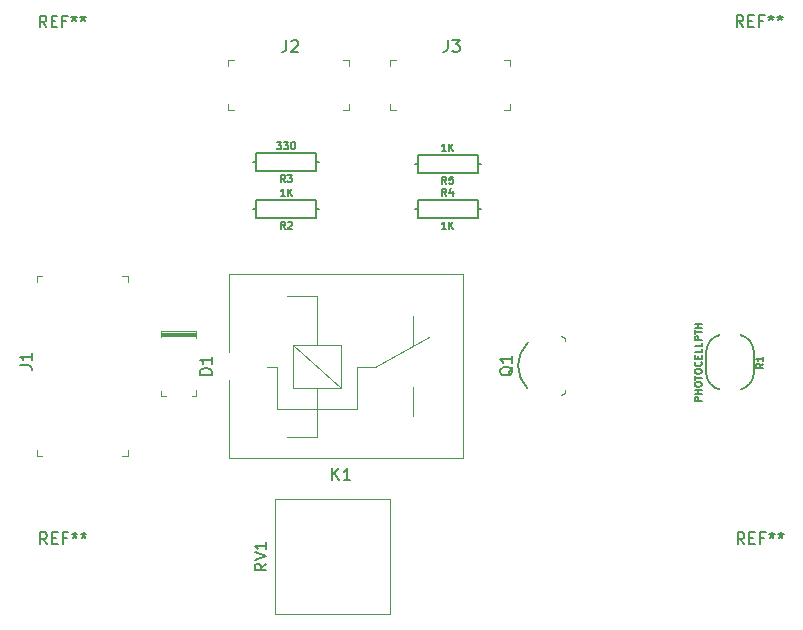
<source format=gbr>
G04 #@! TF.GenerationSoftware,KiCad,Pcbnew,(5.1.2)-2*
G04 #@! TF.CreationDate,2020-03-21T23:17:17-04:00*
G04 #@! TF.ProjectId,InfraRedGelUniversalDispenserV2,496e6672-6152-4656-9447-656c556e6976,R01*
G04 #@! TF.SameCoordinates,Original*
G04 #@! TF.FileFunction,Legend,Top*
G04 #@! TF.FilePolarity,Positive*
%FSLAX46Y46*%
G04 Gerber Fmt 4.6, Leading zero omitted, Abs format (unit mm)*
G04 Created by KiCad (PCBNEW (5.1.2)-2) date 2020-03-21 23:17:17*
%MOMM*%
%LPD*%
G04 APERTURE LIST*
%ADD10C,0.203200*%
%ADD11C,0.100000*%
%ADD12C,0.120000*%
%ADD13C,0.150000*%
%ADD14C,0.127000*%
G04 APERTURE END LIST*
D10*
X145846800Y-77114400D02*
X146100800Y-77114400D01*
X140766800Y-77114400D02*
X140512800Y-77114400D01*
X145846800Y-77114400D02*
X145846800Y-77876400D01*
X145846800Y-76352400D02*
X145846800Y-77114400D01*
X140766800Y-76352400D02*
X145846800Y-76352400D01*
X140766800Y-77114400D02*
X140766800Y-76352400D01*
X140766800Y-77876400D02*
X140766800Y-77114400D01*
X145846800Y-77876400D02*
X140766800Y-77876400D01*
X140766800Y-80924400D02*
X140512800Y-80924400D01*
X145846800Y-80924400D02*
X146100800Y-80924400D01*
X140766800Y-80924400D02*
X140766800Y-80162400D01*
X140766800Y-81686400D02*
X140766800Y-80924400D01*
X145846800Y-81686400D02*
X140766800Y-81686400D01*
X145846800Y-80924400D02*
X145846800Y-81686400D01*
X145846800Y-80162400D02*
X145846800Y-80924400D01*
X140766800Y-80162400D02*
X145846800Y-80162400D01*
X132181600Y-76962000D02*
X132435600Y-76962000D01*
X127101600Y-76962000D02*
X126847600Y-76962000D01*
X132181600Y-76962000D02*
X132181600Y-77724000D01*
X132181600Y-76200000D02*
X132181600Y-76962000D01*
X127101600Y-76200000D02*
X132181600Y-76200000D01*
X127101600Y-76962000D02*
X127101600Y-76200000D01*
X127101600Y-77724000D02*
X127101600Y-76962000D01*
X132181600Y-77724000D02*
X127101600Y-77724000D01*
X132181600Y-80924400D02*
X132435600Y-80924400D01*
X127101600Y-80924400D02*
X126847600Y-80924400D01*
X132181600Y-80924400D02*
X132181600Y-81686400D01*
X132181600Y-80162400D02*
X132181600Y-80924400D01*
X127101600Y-80162400D02*
X132181600Y-80162400D01*
X127101600Y-80924400D02*
X127101600Y-80162400D01*
X127101600Y-81686400D02*
X127101600Y-80924400D01*
X132181600Y-81686400D02*
X127101600Y-81686400D01*
D11*
X148595400Y-68308800D02*
X148095400Y-68308800D01*
X148595400Y-68308800D02*
X148595400Y-68808800D01*
X148595400Y-72508800D02*
X148595400Y-72008800D01*
X148595400Y-72508800D02*
X148095400Y-72508800D01*
X138395400Y-72508800D02*
X138895400Y-72508800D01*
X138395400Y-72508800D02*
X138395400Y-72008800D01*
X138395400Y-68308800D02*
X138895400Y-68308800D01*
X138395400Y-68308800D02*
X138395400Y-68808800D01*
X134930200Y-68308800D02*
X134430200Y-68308800D01*
X134930200Y-68308800D02*
X134930200Y-68808800D01*
X134930200Y-72508800D02*
X134930200Y-72008800D01*
X134930200Y-72508800D02*
X134430200Y-72508800D01*
X124730200Y-72508800D02*
X125230200Y-72508800D01*
X124730200Y-72508800D02*
X124730200Y-72008800D01*
X124730200Y-68308800D02*
X125230200Y-68308800D01*
X124730200Y-68308800D02*
X124730200Y-68808800D01*
X108545000Y-86612400D02*
X108545000Y-87112400D01*
X108545000Y-86612400D02*
X108995000Y-86612400D01*
X108545000Y-101812400D02*
X108995000Y-101812400D01*
X108545000Y-101812400D02*
X108545000Y-101312400D01*
X116245000Y-101812400D02*
X116245000Y-101312400D01*
X116245000Y-101812400D02*
X115745000Y-101812400D01*
X116245000Y-86612400D02*
X115745000Y-86612400D01*
X116245000Y-86612400D02*
X116245000Y-87112400D01*
D12*
X128642800Y-105464600D02*
X138412800Y-105464600D01*
X128642800Y-115234600D02*
X138412800Y-115234600D01*
X138412800Y-115234600D02*
X138412800Y-105464600D01*
X128642800Y-115234600D02*
X128642800Y-105464600D01*
D10*
X166307252Y-91606173D02*
G75*
G03X165209220Y-92905580I337068J-1398467D01*
G01*
X168109148Y-96201427D02*
G75*
G03X169207180Y-94902020I-337068J1398467D01*
G01*
X165208735Y-94904048D02*
G75*
G03X166309040Y-96202500I1435585J101088D01*
G01*
X169207665Y-92903552D02*
G75*
G03X168107360Y-91605100I-1435585J-101088D01*
G01*
X165209220Y-94902020D02*
X165209220Y-92905580D01*
X169207180Y-92905580D02*
X169207180Y-94902020D01*
D11*
X153238000Y-96533200D02*
X152938000Y-96683200D01*
X153238000Y-96233200D02*
X153238000Y-96533200D01*
X153238000Y-91833200D02*
X153238000Y-92133200D01*
X153238000Y-91833200D02*
X152938000Y-91683200D01*
D13*
X150088000Y-92233200D02*
G75*
G03X150038000Y-96083200I1900000J-1950000D01*
G01*
D12*
X134241400Y-96059400D02*
X130241400Y-96059400D01*
X134241400Y-92459400D02*
X134241400Y-96059400D01*
X130241400Y-92459400D02*
X134241400Y-92459400D01*
X130241400Y-96059400D02*
X130241400Y-92459400D01*
X134241400Y-96059400D02*
X130241400Y-92459400D01*
X132241400Y-96059400D02*
X132241400Y-100259400D01*
X132241400Y-88259400D02*
X132241400Y-92459400D01*
X128841400Y-94259400D02*
X128841400Y-97859400D01*
X135641400Y-94259400D02*
X135641400Y-97859400D01*
X135641400Y-97859400D02*
X128841400Y-97859400D01*
X137141400Y-94259400D02*
X141741400Y-91759400D01*
X135641400Y-94259400D02*
X137141400Y-94259400D01*
X132241400Y-88259400D02*
X129741400Y-88259400D01*
X128841400Y-94259400D02*
X128041400Y-94259400D01*
X129741400Y-100259400D02*
X132241400Y-100259400D01*
X140341400Y-90009400D02*
X140341400Y-92509400D01*
X140341400Y-98409400D02*
X140341400Y-95959400D01*
X144591400Y-102009400D02*
X124791400Y-102009400D01*
X144591400Y-86409400D02*
X144591400Y-102009400D01*
X124791400Y-86409400D02*
X144591400Y-86409400D01*
X124791400Y-86409400D02*
X124791400Y-93009400D01*
X124791400Y-95409400D02*
X124791400Y-102009400D01*
D11*
X121998000Y-91683000D02*
X119048000Y-91683000D01*
X121998000Y-91583000D02*
X119048000Y-91583000D01*
X121998000Y-91483000D02*
X119048000Y-91483000D01*
X121998000Y-91383000D02*
X119048000Y-91383000D01*
X121998000Y-96733000D02*
X121623000Y-96733000D01*
X121998000Y-96233000D02*
X121998000Y-96733000D01*
X119048000Y-96733000D02*
X119048000Y-96333000D01*
X119498000Y-96733000D02*
X119048000Y-96733000D01*
X121998000Y-91283000D02*
X119048000Y-91283000D01*
X121998000Y-91883000D02*
X121998000Y-91283000D01*
X119048000Y-91283000D02*
X119048000Y-91783000D01*
D13*
X109334466Y-65543580D02*
X109001133Y-65067390D01*
X108763038Y-65543580D02*
X108763038Y-64543580D01*
X109143990Y-64543580D01*
X109239228Y-64591200D01*
X109286847Y-64638819D01*
X109334466Y-64734057D01*
X109334466Y-64876914D01*
X109286847Y-64972152D01*
X109239228Y-65019771D01*
X109143990Y-65067390D01*
X108763038Y-65067390D01*
X109763038Y-65019771D02*
X110096371Y-65019771D01*
X110239228Y-65543580D02*
X109763038Y-65543580D01*
X109763038Y-64543580D01*
X110239228Y-64543580D01*
X111001133Y-65019771D02*
X110667800Y-65019771D01*
X110667800Y-65543580D02*
X110667800Y-64543580D01*
X111143990Y-64543580D01*
X111667800Y-64543580D02*
X111667800Y-64781676D01*
X111429704Y-64686438D02*
X111667800Y-64781676D01*
X111905895Y-64686438D01*
X111524942Y-64972152D02*
X111667800Y-64781676D01*
X111810657Y-64972152D01*
X112429704Y-64543580D02*
X112429704Y-64781676D01*
X112191609Y-64686438D02*
X112429704Y-64781676D01*
X112667800Y-64686438D01*
X112286847Y-64972152D02*
X112429704Y-64781676D01*
X112572561Y-64972152D01*
X109385266Y-109307780D02*
X109051933Y-108831590D01*
X108813838Y-109307780D02*
X108813838Y-108307780D01*
X109194790Y-108307780D01*
X109290028Y-108355400D01*
X109337647Y-108403019D01*
X109385266Y-108498257D01*
X109385266Y-108641114D01*
X109337647Y-108736352D01*
X109290028Y-108783971D01*
X109194790Y-108831590D01*
X108813838Y-108831590D01*
X109813838Y-108783971D02*
X110147171Y-108783971D01*
X110290028Y-109307780D02*
X109813838Y-109307780D01*
X109813838Y-108307780D01*
X110290028Y-108307780D01*
X111051933Y-108783971D02*
X110718600Y-108783971D01*
X110718600Y-109307780D02*
X110718600Y-108307780D01*
X111194790Y-108307780D01*
X111718600Y-108307780D02*
X111718600Y-108545876D01*
X111480504Y-108450638D02*
X111718600Y-108545876D01*
X111956695Y-108450638D01*
X111575742Y-108736352D02*
X111718600Y-108545876D01*
X111861457Y-108736352D01*
X112480504Y-108307780D02*
X112480504Y-108545876D01*
X112242409Y-108450638D02*
X112480504Y-108545876D01*
X112718600Y-108450638D01*
X112337647Y-108736352D02*
X112480504Y-108545876D01*
X112623361Y-108736352D01*
X168414866Y-109307780D02*
X168081533Y-108831590D01*
X167843438Y-109307780D02*
X167843438Y-108307780D01*
X168224390Y-108307780D01*
X168319628Y-108355400D01*
X168367247Y-108403019D01*
X168414866Y-108498257D01*
X168414866Y-108641114D01*
X168367247Y-108736352D01*
X168319628Y-108783971D01*
X168224390Y-108831590D01*
X167843438Y-108831590D01*
X168843438Y-108783971D02*
X169176771Y-108783971D01*
X169319628Y-109307780D02*
X168843438Y-109307780D01*
X168843438Y-108307780D01*
X169319628Y-108307780D01*
X170081533Y-108783971D02*
X169748200Y-108783971D01*
X169748200Y-109307780D02*
X169748200Y-108307780D01*
X170224390Y-108307780D01*
X170748200Y-108307780D02*
X170748200Y-108545876D01*
X170510104Y-108450638D02*
X170748200Y-108545876D01*
X170986295Y-108450638D01*
X170605342Y-108736352D02*
X170748200Y-108545876D01*
X170891057Y-108736352D01*
X171510104Y-108307780D02*
X171510104Y-108545876D01*
X171272009Y-108450638D02*
X171510104Y-108545876D01*
X171748200Y-108450638D01*
X171367247Y-108736352D02*
X171510104Y-108545876D01*
X171652961Y-108736352D01*
X168338666Y-65518180D02*
X168005333Y-65041990D01*
X167767238Y-65518180D02*
X167767238Y-64518180D01*
X168148190Y-64518180D01*
X168243428Y-64565800D01*
X168291047Y-64613419D01*
X168338666Y-64708657D01*
X168338666Y-64851514D01*
X168291047Y-64946752D01*
X168243428Y-64994371D01*
X168148190Y-65041990D01*
X167767238Y-65041990D01*
X168767238Y-64994371D02*
X169100571Y-64994371D01*
X169243428Y-65518180D02*
X168767238Y-65518180D01*
X168767238Y-64518180D01*
X169243428Y-64518180D01*
X170005333Y-64994371D02*
X169672000Y-64994371D01*
X169672000Y-65518180D02*
X169672000Y-64518180D01*
X170148190Y-64518180D01*
X170672000Y-64518180D02*
X170672000Y-64756276D01*
X170433904Y-64661038D02*
X170672000Y-64756276D01*
X170910095Y-64661038D01*
X170529142Y-64946752D02*
X170672000Y-64756276D01*
X170814857Y-64946752D01*
X171433904Y-64518180D02*
X171433904Y-64756276D01*
X171195809Y-64661038D02*
X171433904Y-64756276D01*
X171672000Y-64661038D01*
X171291047Y-64946752D02*
X171433904Y-64756276D01*
X171576761Y-64946752D01*
D14*
X143205200Y-78787171D02*
X143002000Y-78496885D01*
X142856857Y-78787171D02*
X142856857Y-78177571D01*
X143089085Y-78177571D01*
X143147142Y-78206600D01*
X143176171Y-78235628D01*
X143205200Y-78293685D01*
X143205200Y-78380771D01*
X143176171Y-78438828D01*
X143147142Y-78467857D01*
X143089085Y-78496885D01*
X142856857Y-78496885D01*
X143756742Y-78177571D02*
X143466457Y-78177571D01*
X143437428Y-78467857D01*
X143466457Y-78438828D01*
X143524514Y-78409800D01*
X143669657Y-78409800D01*
X143727714Y-78438828D01*
X143756742Y-78467857D01*
X143785771Y-78525914D01*
X143785771Y-78671057D01*
X143756742Y-78729114D01*
X143727714Y-78758142D01*
X143669657Y-78787171D01*
X143524514Y-78787171D01*
X143466457Y-78758142D01*
X143437428Y-78729114D01*
X143176171Y-75993171D02*
X142827828Y-75993171D01*
X143002000Y-75993171D02*
X143002000Y-75383571D01*
X142943942Y-75470657D01*
X142885885Y-75528714D01*
X142827828Y-75557742D01*
X143437428Y-75993171D02*
X143437428Y-75383571D01*
X143785771Y-75993171D02*
X143524514Y-75644828D01*
X143785771Y-75383571D02*
X143437428Y-75731914D01*
X143205200Y-79803171D02*
X143002000Y-79512885D01*
X142856857Y-79803171D02*
X142856857Y-79193571D01*
X143089085Y-79193571D01*
X143147142Y-79222600D01*
X143176171Y-79251628D01*
X143205200Y-79309685D01*
X143205200Y-79396771D01*
X143176171Y-79454828D01*
X143147142Y-79483857D01*
X143089085Y-79512885D01*
X142856857Y-79512885D01*
X143727714Y-79396771D02*
X143727714Y-79803171D01*
X143582571Y-79164542D02*
X143437428Y-79599971D01*
X143814800Y-79599971D01*
X143176171Y-82597171D02*
X142827828Y-82597171D01*
X143002000Y-82597171D02*
X143002000Y-81987571D01*
X142943942Y-82074657D01*
X142885885Y-82132714D01*
X142827828Y-82161742D01*
X143437428Y-82597171D02*
X143437428Y-81987571D01*
X143785771Y-82597171D02*
X143524514Y-82248828D01*
X143785771Y-81987571D02*
X143437428Y-82335914D01*
X129540000Y-78634771D02*
X129336800Y-78344485D01*
X129191657Y-78634771D02*
X129191657Y-78025171D01*
X129423885Y-78025171D01*
X129481942Y-78054200D01*
X129510971Y-78083228D01*
X129540000Y-78141285D01*
X129540000Y-78228371D01*
X129510971Y-78286428D01*
X129481942Y-78315457D01*
X129423885Y-78344485D01*
X129191657Y-78344485D01*
X129743200Y-78025171D02*
X130120571Y-78025171D01*
X129917371Y-78257400D01*
X130004457Y-78257400D01*
X130062514Y-78286428D01*
X130091542Y-78315457D01*
X130120571Y-78373514D01*
X130120571Y-78518657D01*
X130091542Y-78576714D01*
X130062514Y-78605742D01*
X130004457Y-78634771D01*
X129830285Y-78634771D01*
X129772228Y-78605742D01*
X129743200Y-78576714D01*
X128857828Y-75231171D02*
X129235200Y-75231171D01*
X129032000Y-75463400D01*
X129119085Y-75463400D01*
X129177142Y-75492428D01*
X129206171Y-75521457D01*
X129235200Y-75579514D01*
X129235200Y-75724657D01*
X129206171Y-75782714D01*
X129177142Y-75811742D01*
X129119085Y-75840771D01*
X128944914Y-75840771D01*
X128886857Y-75811742D01*
X128857828Y-75782714D01*
X129438400Y-75231171D02*
X129815771Y-75231171D01*
X129612571Y-75463400D01*
X129699657Y-75463400D01*
X129757714Y-75492428D01*
X129786742Y-75521457D01*
X129815771Y-75579514D01*
X129815771Y-75724657D01*
X129786742Y-75782714D01*
X129757714Y-75811742D01*
X129699657Y-75840771D01*
X129525485Y-75840771D01*
X129467428Y-75811742D01*
X129438400Y-75782714D01*
X130193142Y-75231171D02*
X130251200Y-75231171D01*
X130309257Y-75260200D01*
X130338285Y-75289228D01*
X130367314Y-75347285D01*
X130396342Y-75463400D01*
X130396342Y-75608542D01*
X130367314Y-75724657D01*
X130338285Y-75782714D01*
X130309257Y-75811742D01*
X130251200Y-75840771D01*
X130193142Y-75840771D01*
X130135085Y-75811742D01*
X130106057Y-75782714D01*
X130077028Y-75724657D01*
X130048000Y-75608542D01*
X130048000Y-75463400D01*
X130077028Y-75347285D01*
X130106057Y-75289228D01*
X130135085Y-75260200D01*
X130193142Y-75231171D01*
X129540000Y-82597171D02*
X129336800Y-82306885D01*
X129191657Y-82597171D02*
X129191657Y-81987571D01*
X129423885Y-81987571D01*
X129481942Y-82016600D01*
X129510971Y-82045628D01*
X129540000Y-82103685D01*
X129540000Y-82190771D01*
X129510971Y-82248828D01*
X129481942Y-82277857D01*
X129423885Y-82306885D01*
X129191657Y-82306885D01*
X129772228Y-82045628D02*
X129801257Y-82016600D01*
X129859314Y-81987571D01*
X130004457Y-81987571D01*
X130062514Y-82016600D01*
X130091542Y-82045628D01*
X130120571Y-82103685D01*
X130120571Y-82161742D01*
X130091542Y-82248828D01*
X129743200Y-82597171D01*
X130120571Y-82597171D01*
X129510971Y-79803171D02*
X129162628Y-79803171D01*
X129336800Y-79803171D02*
X129336800Y-79193571D01*
X129278742Y-79280657D01*
X129220685Y-79338714D01*
X129162628Y-79367742D01*
X129772228Y-79803171D02*
X129772228Y-79193571D01*
X130120571Y-79803171D02*
X129859314Y-79454828D01*
X130120571Y-79193571D02*
X129772228Y-79541914D01*
D13*
X143312066Y-66611180D02*
X143312066Y-67325466D01*
X143264447Y-67468323D01*
X143169209Y-67563561D01*
X143026352Y-67611180D01*
X142931114Y-67611180D01*
X143693019Y-66611180D02*
X144312066Y-66611180D01*
X143978733Y-66992133D01*
X144121590Y-66992133D01*
X144216828Y-67039752D01*
X144264447Y-67087371D01*
X144312066Y-67182609D01*
X144312066Y-67420704D01*
X144264447Y-67515942D01*
X144216828Y-67563561D01*
X144121590Y-67611180D01*
X143835876Y-67611180D01*
X143740638Y-67563561D01*
X143693019Y-67515942D01*
X129646866Y-66611180D02*
X129646866Y-67325466D01*
X129599247Y-67468323D01*
X129504009Y-67563561D01*
X129361152Y-67611180D01*
X129265914Y-67611180D01*
X130075438Y-66706419D02*
X130123057Y-66658800D01*
X130218295Y-66611180D01*
X130456390Y-66611180D01*
X130551628Y-66658800D01*
X130599247Y-66706419D01*
X130646866Y-66801657D01*
X130646866Y-66896895D01*
X130599247Y-67039752D01*
X130027819Y-67611180D01*
X130646866Y-67611180D01*
X107097380Y-94145733D02*
X107811666Y-94145733D01*
X107954523Y-94193352D01*
X108049761Y-94288590D01*
X108097380Y-94431447D01*
X108097380Y-94526685D01*
X108097380Y-93145733D02*
X108097380Y-93717161D01*
X108097380Y-93431447D02*
X107097380Y-93431447D01*
X107240238Y-93526685D01*
X107335476Y-93621923D01*
X107383095Y-93717161D01*
X127965180Y-110944838D02*
X127488990Y-111278171D01*
X127965180Y-111516266D02*
X126965180Y-111516266D01*
X126965180Y-111135314D01*
X127012800Y-111040076D01*
X127060419Y-110992457D01*
X127155657Y-110944838D01*
X127298514Y-110944838D01*
X127393752Y-110992457D01*
X127441371Y-111040076D01*
X127488990Y-111135314D01*
X127488990Y-111516266D01*
X126965180Y-110659123D02*
X127965180Y-110325790D01*
X126965180Y-109992457D01*
X127965180Y-109135314D02*
X127965180Y-109706742D01*
X127965180Y-109421028D02*
X126965180Y-109421028D01*
X127108038Y-109516266D01*
X127203276Y-109611504D01*
X127250895Y-109706742D01*
D14*
X170023971Y-94005400D02*
X169733685Y-94208600D01*
X170023971Y-94353742D02*
X169414371Y-94353742D01*
X169414371Y-94121514D01*
X169443400Y-94063457D01*
X169472428Y-94034428D01*
X169530485Y-94005400D01*
X169617571Y-94005400D01*
X169675628Y-94034428D01*
X169704657Y-94063457D01*
X169733685Y-94121514D01*
X169733685Y-94353742D01*
X170023971Y-93424828D02*
X170023971Y-93773171D01*
X170023971Y-93599000D02*
X169414371Y-93599000D01*
X169501457Y-93657057D01*
X169559514Y-93715114D01*
X169588542Y-93773171D01*
X164816971Y-97184028D02*
X164207371Y-97184028D01*
X164207371Y-96951800D01*
X164236400Y-96893742D01*
X164265428Y-96864714D01*
X164323485Y-96835685D01*
X164410571Y-96835685D01*
X164468628Y-96864714D01*
X164497657Y-96893742D01*
X164526685Y-96951800D01*
X164526685Y-97184028D01*
X164816971Y-96574428D02*
X164207371Y-96574428D01*
X164497657Y-96574428D02*
X164497657Y-96226085D01*
X164816971Y-96226085D02*
X164207371Y-96226085D01*
X164207371Y-95819685D02*
X164207371Y-95703571D01*
X164236400Y-95645514D01*
X164294457Y-95587457D01*
X164410571Y-95558428D01*
X164613771Y-95558428D01*
X164729885Y-95587457D01*
X164787942Y-95645514D01*
X164816971Y-95703571D01*
X164816971Y-95819685D01*
X164787942Y-95877742D01*
X164729885Y-95935800D01*
X164613771Y-95964828D01*
X164410571Y-95964828D01*
X164294457Y-95935800D01*
X164236400Y-95877742D01*
X164207371Y-95819685D01*
X164207371Y-95384257D02*
X164207371Y-95035914D01*
X164816971Y-95210085D02*
X164207371Y-95210085D01*
X164207371Y-94716600D02*
X164207371Y-94600485D01*
X164236400Y-94542428D01*
X164294457Y-94484371D01*
X164410571Y-94455342D01*
X164613771Y-94455342D01*
X164729885Y-94484371D01*
X164787942Y-94542428D01*
X164816971Y-94600485D01*
X164816971Y-94716600D01*
X164787942Y-94774657D01*
X164729885Y-94832714D01*
X164613771Y-94861742D01*
X164410571Y-94861742D01*
X164294457Y-94832714D01*
X164236400Y-94774657D01*
X164207371Y-94716600D01*
X164758914Y-93845742D02*
X164787942Y-93874771D01*
X164816971Y-93961857D01*
X164816971Y-94019914D01*
X164787942Y-94107000D01*
X164729885Y-94165057D01*
X164671828Y-94194085D01*
X164555714Y-94223114D01*
X164468628Y-94223114D01*
X164352514Y-94194085D01*
X164294457Y-94165057D01*
X164236400Y-94107000D01*
X164207371Y-94019914D01*
X164207371Y-93961857D01*
X164236400Y-93874771D01*
X164265428Y-93845742D01*
X164497657Y-93584485D02*
X164497657Y-93381285D01*
X164816971Y-93294200D02*
X164816971Y-93584485D01*
X164207371Y-93584485D01*
X164207371Y-93294200D01*
X164816971Y-92742657D02*
X164816971Y-93032942D01*
X164207371Y-93032942D01*
X164816971Y-92249171D02*
X164816971Y-92539457D01*
X164207371Y-92539457D01*
X164816971Y-92045971D02*
X164207371Y-92045971D01*
X164207371Y-91813742D01*
X164236400Y-91755685D01*
X164265428Y-91726657D01*
X164323485Y-91697628D01*
X164410571Y-91697628D01*
X164468628Y-91726657D01*
X164497657Y-91755685D01*
X164526685Y-91813742D01*
X164526685Y-92045971D01*
X164207371Y-91523457D02*
X164207371Y-91175114D01*
X164816971Y-91349285D02*
X164207371Y-91349285D01*
X164816971Y-90971914D02*
X164207371Y-90971914D01*
X164497657Y-90971914D02*
X164497657Y-90623571D01*
X164816971Y-90623571D02*
X164207371Y-90623571D01*
D13*
X148835619Y-94278438D02*
X148788000Y-94373676D01*
X148692761Y-94468914D01*
X148549904Y-94611771D01*
X148502285Y-94707009D01*
X148502285Y-94802247D01*
X148740380Y-94754628D02*
X148692761Y-94849866D01*
X148597523Y-94945104D01*
X148407047Y-94992723D01*
X148073714Y-94992723D01*
X147883238Y-94945104D01*
X147788000Y-94849866D01*
X147740380Y-94754628D01*
X147740380Y-94564152D01*
X147788000Y-94468914D01*
X147883238Y-94373676D01*
X148073714Y-94326057D01*
X148407047Y-94326057D01*
X148597523Y-94373676D01*
X148692761Y-94468914D01*
X148740380Y-94564152D01*
X148740380Y-94754628D01*
X148740380Y-93373676D02*
X148740380Y-93945104D01*
X148740380Y-93659390D02*
X147740380Y-93659390D01*
X147883238Y-93754628D01*
X147978476Y-93849866D01*
X148026095Y-93945104D01*
X133553304Y-103861780D02*
X133553304Y-102861780D01*
X134124733Y-103861780D02*
X133696161Y-103290352D01*
X134124733Y-102861780D02*
X133553304Y-103433209D01*
X135077114Y-103861780D02*
X134505685Y-103861780D01*
X134791400Y-103861780D02*
X134791400Y-102861780D01*
X134696161Y-103004638D01*
X134600923Y-103099876D01*
X134505685Y-103147495D01*
X123322340Y-94959395D02*
X122322340Y-94959395D01*
X122322340Y-94721300D01*
X122369960Y-94578442D01*
X122465198Y-94483204D01*
X122560436Y-94435585D01*
X122750912Y-94387966D01*
X122893769Y-94387966D01*
X123084245Y-94435585D01*
X123179483Y-94483204D01*
X123274721Y-94578442D01*
X123322340Y-94721300D01*
X123322340Y-94959395D01*
X123322340Y-93435585D02*
X123322340Y-94007014D01*
X123322340Y-93721300D02*
X122322340Y-93721300D01*
X122465198Y-93816538D01*
X122560436Y-93911776D01*
X122608055Y-94007014D01*
M02*

</source>
